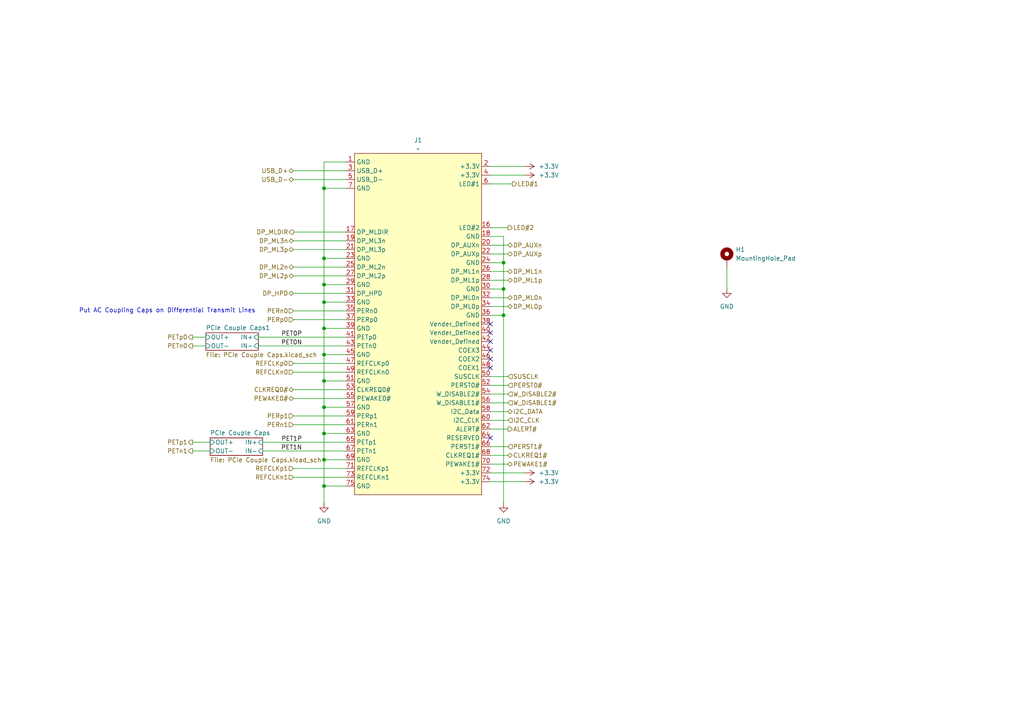
<source format=kicad_sch>
(kicad_sch (version 20250114) (generator "eeschema") (generator_version "9.0")
  (paper "A4")
  (lib_symbols
    (symbol "Mechanical:MountingHole_Pad" (pin_numbers (hide yes)) (pin_names (offset 1.016) (hide yes)) (in_bom no)
      (property "Reference" "H" (at 0 6.35 0))
      (property "Value" "MountingHole_Pad" (at 0 4.445 0))
      (symbol "MountingHole_Pad_0_1"
        (circle (center 0 1.27) (radius 1.27) (stroke (width 1.27)))
      )
      (symbol "MountingHole_Pad_1_1"
        (pin input line (at 0 -2.54 90) (length 2.54) (name "1") (number "1"))
      )
    )
    (symbol "PCIexpress:M.2_A_Key"
      (property "Reference" "J" (at 0 0 0))
      (symbol "M.2_A_Key_0_1"
        (rectangle (start -17.78 -5.08) (end 19.05 -104.14) (fill (type background)))
      )
      (symbol "M.2_A_Key_1_1"
        (pin power_in line (at -20.32 -7.62 0) (length 2.54) (name "GND") (number "1"))
        (pin bidirectional line (at -20.32 -10.16 0) (length 2.54) (name "USB_D+") (number "3"))
        (pin bidirectional line (at -20.32 -12.7 0) (length 2.54) (name "USB_D-") (number "5"))
        (pin power_in line (at -20.32 -15.24 0) (length 2.54) (name "GND") (number "7"))
        (pin output line (at -20.32 -27.94 0) (length 2.54) (name "DP_MLDIR") (number "17"))
        (pin bidirectional line (at -20.32 -30.48 0) (length 2.54) (name "DP_ML3n") (number "19"))
        (pin bidirectional line (at -20.32 -33.02 0) (length 2.54) (name "DP_ML3p") (number "21"))
        (pin power_in line (at -20.32 -35.56 0) (length 2.54) (name "GND") (number "23"))
        (pin bidirectional line (at -20.32 -38.1 0) (length 2.54) (name "DP_ML2n") (number "25"))
        (pin bidirectional line (at -20.32 -40.64 0) (length 2.54) (name "DP_ML2p") (number "27"))
        (pin power_in line (at -20.32 -43.18 0) (length 2.54) (name "GND") (number "29"))
        (pin bidirectional line (at -20.32 -45.72 0) (length 2.54) (name "DP_HPD") (number "31"))
        (pin power_in line (at -20.32 -48.26 0) (length 2.54) (name "GND") (number "33"))
        (pin input line (at -20.32 -50.8 0) (length 2.54) (name "PERn0") (number "35"))
        (pin input line (at -20.32 -53.34 0) (length 2.54) (name "PERp0") (number "37"))
        (pin power_in line (at -20.32 -55.88 0) (length 2.54) (name "GND") (number "39"))
        (pin output line (at -20.32 -58.42 0) (length 2.54) (name "PETp0") (number "41"))
        (pin output line (at -20.32 -60.96 0) (length 2.54) (name "PETn0") (number "43"))
        (pin power_in line (at -20.32 -63.5 0) (length 2.54) (name "GND") (number "45"))
        (pin input line (at -20.32 -66.04 0) (length 2.54) (name "REFCLKp0") (number "47"))
        (pin input line (at -20.32 -68.58 0) (length 2.54) (name "REFCLKn0") (number "49"))
        (pin power_in line (at -20.32 -71.12 0) (length 2.54) (name "GND") (number "51"))
        (pin bidirectional line (at -20.32 -73.66 0) (length 2.54) (name "CLKREQ0#") (number "53"))
        (pin bidirectional line (at -20.32 -76.2 0) (length 2.54) (name "PEWAKE0#") (number "55"))
        (pin power_in line (at -20.32 -78.74 0) (length 2.54) (name "GND") (number "57"))
        (pin input line (at -20.32 -81.28 0) (length 2.54) (name "PERp1") (number "59"))
        (pin input line (at -20.32 -83.82 0) (length 2.54) (name "PERn1") (number "61"))
        (pin power_in line (at -20.32 -86.36 0) (length 2.54) (name "GND") (number "63"))
        (pin output line (at -20.32 -88.9 0) (length 2.54) (name "PETp1") (number "65"))
        (pin output line (at -20.32 -91.44 0) (length 2.54) (name "PETn1") (number "67"))
        (pin passive line (at -20.32 -93.98 0) (length 2.54) (name "GND") (number "69"))
        (pin input line (at -20.32 -96.52 0) (length 2.54) (name "REFCLKp1") (number "71"))
        (pin input line (at -20.32 -99.06 0) (length 2.54) (name "REFCLKn1") (number "73"))
        (pin power_in line (at -20.32 -101.6 0) (length 2.54) (name "GND") (number "75"))
        (pin power_in line (at 21.59 -8.89 180) (length 2.54) (name "+3.3V") (number "2"))
        (pin power_in line (at 21.59 -11.43 180) (length 2.54) (name "+3.3V") (number "4"))
        (pin output line (at 21.59 -13.97 180) (length 2.54) (name "LED#1") (number "6"))
        (pin output line (at 21.59 -26.67 180) (length 2.54) (name "LED#2") (number "16"))
        (pin power_in line (at 21.59 -29.21 180) (length 2.54) (name "GND") (number "18"))
        (pin bidirectional line (at 21.59 -31.75 180) (length 2.54) (name "DP_AUXn") (number "20"))
        (pin bidirectional line (at 21.59 -34.29 180) (length 2.54) (name "DP_AUXp") (number "22"))
        (pin power_in line (at 21.59 -36.83 180) (length 2.54) (name "GND") (number "24"))
        (pin bidirectional line (at 21.59 -39.37 180) (length 2.54) (name "DP_ML1n") (number "26"))
        (pin bidirectional line (at 21.59 -41.91 180) (length 2.54) (name "DP_ML1p") (number "28"))
        (pin power_in line (at 21.59 -44.45 180) (length 2.54) (name "GND") (number "30"))
        (pin bidirectional line (at 21.59 -46.99 180) (length 2.54) (name "DP_ML0n") (number "32"))
        (pin bidirectional line (at 21.59 -49.53 180) (length 2.54) (name "DP_ML0p") (number "34"))
        (pin power_in line (at 21.59 -52.07 180) (length 2.54) (name "GND") (number "36"))
        (pin unspecified line (at 21.59 -54.61 180) (length 2.54) (name "Vender_Defined") (number "38"))
        (pin unspecified line (at 21.59 -57.15 180) (length 2.54) (name "Vender_Defined") (number "40"))
        (pin unspecified line (at 21.59 -59.69 180) (length 2.54) (name "Vender_Defined") (number "42"))
        (pin bidirectional line (at 21.59 -62.23 180) (length 2.54) (name "COEX3") (number "44"))
        (pin bidirectional line (at 21.59 -64.77 180) (length 2.54) (name "COEX2") (number "46"))
        (pin bidirectional line (at 21.59 -67.31 180) (length 2.54) (name "COEX1") (number "48"))
        (pin input line (at 21.59 -69.85 180) (length 2.54) (name "SUSCLK") (number "50"))
        (pin input line (at 21.59 -72.39 180) (length 2.54) (name "PERST0#") (number "52"))
        (pin input line (at 21.59 -74.93 180) (length 2.54) (name "W_DISABLE2#") (number "54"))
        (pin input line (at 21.59 -77.47 180) (length 2.54) (name "W_DISABLE1#") (number "56"))
        (pin bidirectional line (at 21.59 -80.01 180) (length 2.54) (name "I2C_Data") (number "58"))
        (pin input line (at 21.59 -82.55 180) (length 2.54) (name "I2C_CLK") (number "60"))
        (pin output line (at 21.59 -85.09 180) (length 2.54) (name "ALERT#") (number "62"))
        (pin unspecified line (at 21.59 -87.63 180) (length 2.54) (name "RESERVED") (number "64"))
        (pin input line (at 21.59 -90.17 180) (length 2.54) (name "PERST1#") (number "66"))
        (pin bidirectional line (at 21.59 -92.71 180) (length 2.54) (name "CLKREQ1#") (number "68"))
        (pin bidirectional line (at 21.59 -95.25 180) (length 2.54) (name "PEWAKE1#") (number "70"))
        (pin power_in line (at 21.59 -97.79 180) (length 2.54) (name "+3.3V") (number "72"))
        (pin power_in line (at 21.59 -100.33 180) (length 2.54) (name "+3.3V") (number "74"))
      )
    )
    (symbol "power:+3.3V" (power) (pin_numbers (hide yes)) (pin_names (offset 0) (hide yes))
      (property "Value" "+3.3V" (at 0 3.556 0))
      (symbol "+3.3V_0_1"
        (polyline (pts (xy -0.762 1.27) (xy 0 2.54)))
        (polyline (pts (xy 0 2.54) (xy 0.762 1.27)))
        (polyline (pts (xy 0 0) (xy 0 2.54)))
      )
      (symbol "+3.3V_1_1"
        (pin power_in line (at 0 0 90) (length 0) (name "~") (number "1"))
      )
    )
    (symbol "power:GND" (power) (pin_numbers (hide yes)) (pin_names (offset 0) (hide yes))
      (property "Value" "GND" (at 0 -3.81 0))
      (symbol "GND_0_1"
        (polyline (pts (xy 0 0) (xy 0 -1.27) (xy 1.27 -1.27) (xy 0 -2.54) (xy -1.27 -1.27) (xy 0 -1.27)))
      )
      (symbol "GND_1_1"
        (pin power_in line (at 0 0 270) (length 0) (name "~") (number "1"))
      )
    )
  )
  (text "Put AC Coupling Caps on Differential Transmit Lines" (at 48.514 90.17 0) (effects (font (size 1.27 1.27))))
  (junction (at 93.98 102.87))
  (junction (at 93.98 110.49))
  (junction (at 146.05 91.44))
  (junction (at 93.98 74.93))
  (junction (at 93.98 87.63))
  (junction (at 146.05 83.82))
  (junction (at 93.98 140.97))
  (junction (at 93.98 54.61))
  (junction (at 93.98 118.11))
  (junction (at 93.98 95.25))
  (junction (at 93.98 125.73))
  (junction (at 93.98 82.55))
  (junction (at 146.05 76.2))
  (junction (at 93.98 133.35))
  (no_connect (at 142.24 101.6))
  (no_connect (at 142.24 127))
  (no_connect (at 142.24 104.14))
  (no_connect (at 142.24 106.68))
  (no_connect (at 142.24 96.52))
  (no_connect (at 142.24 99.06))
  (no_connect (at 142.24 93.98))
  (wire (pts (xy 142.24 86.36) (xy 147.32 86.36)))
  (wire (pts (xy 93.98 118.11) (xy 93.98 125.73)))
  (wire (pts (xy 146.05 83.82) (xy 146.05 91.44)))
  (wire (pts (xy 76.2 128.27) (xy 100.33 128.27)))
  (wire (pts (xy 93.98 133.35) (xy 93.98 140.97)))
  (wire (pts (xy 93.98 110.49) (xy 93.98 118.11)))
  (wire (pts (xy 93.98 54.61) (xy 93.98 74.93)))
  (wire (pts (xy 74.93 100.33) (xy 100.33 100.33)))
  (wire (pts (xy 210.82 77.47) (xy 210.82 83.82)))
  (wire (pts (xy 142.24 48.26) (xy 152.4 48.26)))
  (wire (pts (xy 142.24 71.12) (xy 147.32 71.12)))
  (wire (pts (xy 85.09 120.65) (xy 100.33 120.65)))
  (wire (pts (xy 100.33 140.97) (xy 93.98 140.97)))
  (wire (pts (xy 142.24 111.76) (xy 147.32 111.76)))
  (wire (pts (xy 142.24 66.04) (xy 147.32 66.04)))
  (wire (pts (xy 93.98 102.87) (xy 93.98 110.49)))
  (wire (pts (xy 85.09 90.17) (xy 100.33 90.17)))
  (wire (pts (xy 100.33 46.99) (xy 93.98 46.99)))
  (wire (pts (xy 142.24 119.38) (xy 147.32 119.38)))
  (wire (pts (xy 100.33 82.55) (xy 93.98 82.55)))
  (wire (pts (xy 142.24 76.2) (xy 146.05 76.2)))
  (wire (pts (xy 93.98 74.93) (xy 93.98 82.55)))
  (wire (pts (xy 100.33 74.93) (xy 93.98 74.93)))
  (wire (pts (xy 85.09 49.53) (xy 100.33 49.53)))
  (wire (pts (xy 74.93 97.79) (xy 100.33 97.79)))
  (wire (pts (xy 93.98 46.99) (xy 93.98 54.61)))
  (wire (pts (xy 142.24 68.58) (xy 146.05 68.58)))
  (wire (pts (xy 100.33 110.49) (xy 93.98 110.49)))
  (wire (pts (xy 100.33 118.11) (xy 93.98 118.11)))
  (wire (pts (xy 85.09 52.07) (xy 100.33 52.07)))
  (wire (pts (xy 100.33 125.73) (xy 93.98 125.73)))
  (wire (pts (xy 142.24 91.44) (xy 146.05 91.44)))
  (wire (pts (xy 142.24 81.28) (xy 147.32 81.28)))
  (wire (pts (xy 55.88 100.33) (xy 59.69 100.33)))
  (wire (pts (xy 142.24 121.92) (xy 147.32 121.92)))
  (wire (pts (xy 100.33 54.61) (xy 93.98 54.61)))
  (wire (pts (xy 85.09 80.01) (xy 100.33 80.01)))
  (wire (pts (xy 55.88 128.27) (xy 60.96 128.27)))
  (wire (pts (xy 142.24 114.3) (xy 147.32 114.3)))
  (wire (pts (xy 55.88 97.79) (xy 59.69 97.79)))
  (wire (pts (xy 142.24 53.34) (xy 148.59 53.34)))
  (wire (pts (xy 85.09 77.47) (xy 100.33 77.47)))
  (wire (pts (xy 93.98 82.55) (xy 93.98 87.63)))
  (wire (pts (xy 100.33 87.63) (xy 93.98 87.63)))
  (wire (pts (xy 142.24 132.08) (xy 147.32 132.08)))
  (wire (pts (xy 85.09 92.71) (xy 100.33 92.71)))
  (wire (pts (xy 142.24 78.74) (xy 147.32 78.74)))
  (wire (pts (xy 142.24 83.82) (xy 146.05 83.82)))
  (wire (pts (xy 142.24 124.46) (xy 147.32 124.46)))
  (wire (pts (xy 142.24 50.8) (xy 152.4 50.8)))
  (wire (pts (xy 146.05 91.44) (xy 146.05 146.05)))
  (wire (pts (xy 85.09 105.41) (xy 100.33 105.41)))
  (wire (pts (xy 142.24 109.22) (xy 147.32 109.22)))
  (wire (pts (xy 93.98 87.63) (xy 93.98 95.25)))
  (wire (pts (xy 142.24 134.62) (xy 147.32 134.62)))
  (wire (pts (xy 85.09 113.03) (xy 100.33 113.03)))
  (wire (pts (xy 142.24 137.16) (xy 152.4 137.16)))
  (wire (pts (xy 55.88 130.81) (xy 60.96 130.81)))
  (wire (pts (xy 146.05 76.2) (xy 146.05 83.82)))
  (wire (pts (xy 85.09 67.31) (xy 100.33 67.31)))
  (wire (pts (xy 142.24 73.66) (xy 147.32 73.66)))
  (wire (pts (xy 85.09 69.85) (xy 100.33 69.85)))
  (wire (pts (xy 85.09 85.09) (xy 100.33 85.09)))
  (wire (pts (xy 142.24 116.84) (xy 147.32 116.84)))
  (wire (pts (xy 93.98 95.25) (xy 93.98 102.87)))
  (wire (pts (xy 85.09 115.57) (xy 100.33 115.57)))
  (wire (pts (xy 100.33 102.87) (xy 93.98 102.87)))
  (wire (pts (xy 100.33 133.35) (xy 93.98 133.35)))
  (wire (pts (xy 142.24 139.7) (xy 152.4 139.7)))
  (wire (pts (xy 85.09 135.89) (xy 100.33 135.89)))
  (wire (pts (xy 85.09 138.43) (xy 100.33 138.43)))
  (wire (pts (xy 85.09 123.19) (xy 100.33 123.19)))
  (wire (pts (xy 142.24 129.54) (xy 147.32 129.54)))
  (wire (pts (xy 76.2 130.81) (xy 100.33 130.81)))
  (wire (pts (xy 93.98 125.73) (xy 93.98 133.35)))
  (wire (pts (xy 100.33 95.25) (xy 93.98 95.25)))
  (wire (pts (xy 85.09 72.39) (xy 100.33 72.39)))
  (wire (pts (xy 142.24 88.9) (xy 147.32 88.9)))
  (wire (pts (xy 85.09 107.95) (xy 100.33 107.95)))
  (wire (pts (xy 93.98 140.97) (xy 93.98 146.05)))
  (wire (pts (xy 146.05 68.58) (xy 146.05 76.2)))
  (label "PET0P" (at 87.63 97.79 180))
  (label "PET1N" (at 87.63 130.81 180))
  (label "PET0N" (at 87.63 100.33 180))
  (label "PET1P" (at 87.63 128.27 180))
  (hierarchical_label "USB_D-" (shape bidirectional) (at 85.09 52.07 180))
  (hierarchical_label "LED#2" (shape output) (at 147.32 66.04 0))
  (hierarchical_label "PERST1#" (shape input) (at 147.32 129.54 0))
  (hierarchical_label "DP_AUXn" (shape bidirectional) (at 147.32 71.12 0))
  (hierarchical_label "PEWAKE1#" (shape bidirectional) (at 147.32 134.62 0))
  (hierarchical_label "CLKREQ1#" (shape bidirectional) (at 147.32 132.08 0))
  (hierarchical_label "REFCLKn0" (shape input) (at 85.09 107.95 180))
  (hierarchical_label "PETn1" (shape output) (at 55.88 130.81 180))
  (hierarchical_label "REFCLKn1" (shape input) (at 85.09 138.43 180))
  (hierarchical_label "DP_ML1p" (shape bidirectional) (at 147.32 81.28 0))
  (hierarchical_label "REFCLKp0" (shape input) (at 85.09 105.41 180))
  (hierarchical_label "PERp1" (shape input) (at 85.09 120.65 180))
  (hierarchical_label "SUSCLK" (shape input) (at 147.32 109.22 0))
  (hierarchical_label "USB_D+" (shape bidirectional) (at 85.09 49.53 180))
  (hierarchical_label "DP_ML0p" (shape bidirectional) (at 147.32 88.9 0))
  (hierarchical_label "PEWAKE0#" (shape bidirectional) (at 85.09 115.57 180))
  (hierarchical_label "DP_ML0n" (shape bidirectional) (at 147.32 86.36 0))
  (hierarchical_label "PERn1" (shape input) (at 85.09 123.19 180))
  (hierarchical_label "DP_MLDIR" (shape output) (at 85.09 67.31 180))
  (hierarchical_label "LED#1" (shape output) (at 148.59 53.34 0))
  (hierarchical_label "DP_ML3p" (shape bidirectional) (at 85.09 72.39 180))
  (hierarchical_label "DP_ML3n" (shape bidirectional) (at 85.09 69.85 180))
  (hierarchical_label "DP_ML2p" (shape bidirectional) (at 85.09 80.01 180))
  (hierarchical_label "PERp0" (shape input) (at 85.09 92.71 180))
  (hierarchical_label "W_DISABLE2#" (shape input) (at 147.32 114.3 0))
  (hierarchical_label "PETp1" (shape output) (at 55.88 128.27 180))
  (hierarchical_label "DP_ML1n" (shape bidirectional) (at 147.32 78.74 0))
  (hierarchical_label "PETp0" (shape output) (at 55.88 97.79 180))
  (hierarchical_label "W_DISABLE1#" (shape input) (at 147.32 116.84 0))
  (hierarchical_label "REFCLKp1" (shape input) (at 85.09 135.89 180))
  (hierarchical_label "PERn0" (shape input) (at 85.09 90.17 180))
  (hierarchical_label "I2C_DATA" (shape bidirectional) (at 147.32 119.38 0))
  (hierarchical_label "I2C_CLK" (shape input) (at 147.32 121.92 0))
  (hierarchical_label "ALERT#" (shape output) (at 147.32 124.46 0))
  (hierarchical_label "DP_HPD" (shape bidirectional) (at 85.09 85.09 180))
  (hierarchical_label "PERST0#" (shape input) (at 147.32 111.76 0))
  (hierarchical_label "DP_ML2n" (shape bidirectional) (at 85.09 77.47 180))
  (hierarchical_label "CLKREQ0#" (shape bidirectional) (at 85.09 113.03 180))
  (hierarchical_label "PETn0" (shape output) (at 55.88 100.33 180))
  (hierarchical_label "DP_AUXp" (shape bidirectional) (at 147.32 73.66 0))
  (symbol (lib_id "power:+3.3V") (at 152.4 137.16 270) (unit 1)
    (property "Reference" "#PWR05" (effects (hide yes)))
    (property "Value" "+3.3V" (at 156.21 137.1599 90) (effects (justify left)))
    (property "Description" "Power symbol creates a global label with name \"+3.3V\"" (effects (hide yes)))
  )
  (symbol (lib_id "PCIexpress:M.2_A_Key") (at 120.65 39.37 0) (unit 1)
    (property "Reference" "J1" (at 121.285 40.64 0))
    (property "Value" "~" (at 121.285 43.18 0))
    (property "Footprint" "PCIexpress:M.2 A Key Connector" (effects (hide yes)))
    (property "Note" "Check PCIe M.2 Specification for Pin Alt mode functions. Check your socket pinout for pin functions." (effects (hide yes)))
  )
  (symbol (lib_id "power:GND") (at 93.98 146.05 0) (unit 1)
    (property "Reference" "#PWR03" (effects (hide yes)))
    (property "Value" "GND" (at 93.98 151.13 0))
    (property "Description" "Power symbol creates a global label with name \"GND\" , ground" (effects (hide yes)))
  )
  (symbol (lib_id "power:+3.3V") (at 152.4 50.8 270) (unit 1)
    (property "Reference" "#PWR07" (effects (hide yes)))
    (property "Value" "+3.3V" (at 156.21 50.7999 90) (effects (justify left)))
    (property "Description" "Power symbol creates a global label with name \"+3.3V\"" (effects (hide yes)))
  )
  (symbol (lib_id "power:GND") (at 210.82 83.82 0) (unit 1)
    (property "Reference" "#PWR01" (effects (hide yes)))
    (property "Value" "GND" (at 210.82 88.9 0))
    (property "Description" "Power symbol creates a global label with name \"GND\" , ground" (effects (hide yes)))
  )
  (symbol (lib_id "power:+3.3V") (at 152.4 48.26 270) (unit 1)
    (property "Reference" "#PWR06" (effects (hide yes)))
    (property "Value" "+3.3V" (at 156.21 48.2599 90) (effects (justify left)))
    (property "Description" "Power symbol creates a global label with name \"+3.3V\"" (effects (hide yes)))
  )
  (symbol (lib_id "power:+3.3V") (at 152.4 139.7 270) (unit 1)
    (property "Reference" "#PWR04" (effects (hide yes)))
    (property "Value" "+3.3V" (at 156.21 139.6999 90) (effects (justify left)))
    (property "Description" "Power symbol creates a global label with name \"+3.3V\"" (effects (hide yes)))
  )
  (symbol (lib_id "power:GND") (at 146.05 146.05 0) (unit 1)
    (property "Reference" "#PWR02" (effects (hide yes)))
    (property "Value" "GND" (at 146.05 151.13 0))
    (property "Description" "Power symbol creates a global label with name \"GND\" , ground" (effects (hide yes)))
  )
  (symbol (lib_id "Mechanical:MountingHole_Pad") (at 210.82 74.93 0) (unit 1) (in_bom no)
    (property "Reference" "H1" (at 213.36 72.3899 0) (effects (justify left)))
    (property "Value" "MountingHole_Pad" (at 213.36 74.9299 0) (effects (justify left)))
    (property "Footprint" "PCIexpress:M.2 Mounting Pad" (effects (hide yes)))
    (property "Description" "Mounting Hole with connection" (effects (hide yes)))
  )
  (sheet (at 59.69 96.52) (size 15.24 5.08) (stroke (width 0.1524))
    (property "Sheetname" "PCIe Couple Caps1" (at 59.69 95.8084 0) (effects (justify left bottom)))
    (property "Sheetfile" "PCIe Couple Caps.kicad_sch" (at 59.69 102.1846 0) (effects (justify left top)))
    (pin "OUT-" input (at 59.69 100.33 180))
    (pin "IN+" input (at 74.93 97.79 0))
    (pin "OUT+" input (at 59.69 97.79 180))
    (pin "IN-" input (at 74.93 100.33 0))
  )
  (sheet (at 60.96 127) (size 15.24 5.08) (stroke (width 0.1524))
    (property "Sheetname" "PCIe Couple Caps" (at 60.96 126.2884 0) (effects (justify left bottom)))
    (property "Sheetfile" "PCIe Couple Caps.kicad_sch" (at 60.96 132.6646 0) (effects (justify left top)))
    (pin "OUT-" input (at 60.96 130.81 180))
    (pin "IN+" input (at 76.2 128.27 0))
    (pin "OUT+" input (at 60.96 128.27 180))
    (pin "IN-" input (at 76.2 130.81 0))
  )
)
</source>
